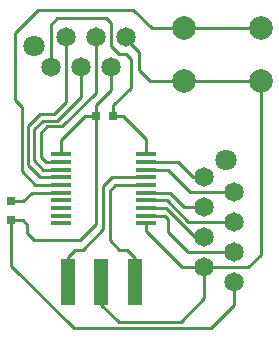
<source format=gbr>
G04 #@! TF.FileFunction,Copper,L2,Bot,Signal*
%FSLAX46Y46*%
G04 Gerber Fmt 4.6, Leading zero omitted, Abs format (unit mm)*
G04 Created by KiCad (PCBNEW 4.0.7) date 07/17/18 16:46:28*
%MOMM*%
%LPD*%
G01*
G04 APERTURE LIST*
%ADD10C,0.100000*%
%ADD11R,0.800000X0.750000*%
%ADD12R,0.800000X0.800000*%
%ADD13C,1.650000*%
%ADD14C,1.800000*%
%ADD15C,2.000000*%
%ADD16R,1.750000X0.450000*%
%ADD17R,1.200000X4.000000*%
%ADD18C,0.250000*%
G04 APERTURE END LIST*
D10*
D11*
X151192800Y-100812600D03*
X152692800Y-100812600D03*
D12*
X144056100Y-109613600D03*
X144056100Y-108013600D03*
D13*
X162947000Y-114812300D03*
X160407000Y-113542300D03*
X162947000Y-109732300D03*
X162947000Y-107192300D03*
X162947000Y-112272300D03*
X160407000Y-105922300D03*
X160407000Y-108462300D03*
X160407000Y-111002300D03*
D14*
X162207000Y-104522300D03*
D13*
X151185100Y-94113700D03*
X148645100Y-94113700D03*
X153725100Y-94113700D03*
X147375100Y-96653700D03*
X149915100Y-96653700D03*
X152455100Y-96653700D03*
D14*
X145975100Y-94853700D03*
D15*
X165163500Y-97845000D03*
X165163500Y-93345000D03*
X158663500Y-97845000D03*
X158663500Y-93345000D03*
D16*
X155466600Y-104021700D03*
X155466600Y-104671700D03*
X155466600Y-105321700D03*
X155466600Y-105971700D03*
X155466600Y-106621700D03*
X155466600Y-107271700D03*
X155466600Y-107921700D03*
X155466600Y-108571700D03*
X155466600Y-109221700D03*
X155466600Y-109871700D03*
X148266600Y-109871700D03*
X148266600Y-109221700D03*
X148266600Y-108571700D03*
X148266600Y-107921700D03*
X148266600Y-107271700D03*
X148266600Y-106621700D03*
X148266600Y-105971700D03*
X148266600Y-105321700D03*
X148266600Y-104671700D03*
X148266600Y-104021700D03*
D17*
X148826100Y-114833400D03*
X151676100Y-114833400D03*
X154526100Y-114833400D03*
D18*
X152692800Y-100812600D02*
X153535380Y-100812600D01*
X155466600Y-102743820D02*
X155466600Y-104021700D01*
X153535380Y-100812600D02*
X155466600Y-102743820D01*
X147375100Y-96653700D02*
X147375100Y-93076540D01*
X152692800Y-99884800D02*
X152692800Y-100812600D01*
X154200860Y-98376740D02*
X152692800Y-99884800D01*
X154200860Y-95973900D02*
X154200860Y-98376740D01*
X153725880Y-95498920D02*
X154200860Y-95973900D01*
X153167080Y-95498920D02*
X153725880Y-95498920D01*
X152496520Y-94828360D02*
X153167080Y-95498920D01*
X152496520Y-92928440D02*
X152496520Y-94828360D01*
X152077420Y-92509340D02*
X152496520Y-92928440D01*
X147942300Y-92509340D02*
X152077420Y-92509340D01*
X147375100Y-93076540D02*
X147942300Y-92509340D01*
X144056100Y-108013600D02*
X145072000Y-108013600D01*
X145813900Y-107271700D02*
X148266600Y-107271700D01*
X145072000Y-108013600D02*
X145813900Y-107271700D01*
X155466600Y-107921700D02*
X157238340Y-107921700D01*
X159048940Y-109732300D02*
X162947000Y-109732300D01*
X157238340Y-107921700D02*
X159048940Y-109732300D01*
X155466600Y-105321700D02*
X157340900Y-105321700D01*
X159211500Y-107192300D02*
X162947000Y-107192300D01*
X157340900Y-105321700D02*
X159211500Y-107192300D01*
X162947000Y-112272300D02*
X159043860Y-112272300D01*
X157054980Y-109221700D02*
X155466600Y-109221700D01*
X157358080Y-109524800D02*
X157054980Y-109221700D01*
X157358080Y-110586520D02*
X157358080Y-109524800D01*
X159043860Y-112272300D02*
X157358080Y-110586520D01*
X155466600Y-104671700D02*
X158194580Y-104671700D01*
X159445180Y-105922300D02*
X160407000Y-105922300D01*
X158194580Y-104671700D02*
X159445180Y-105922300D01*
X155466600Y-107271700D02*
X157462100Y-107271700D01*
X158652700Y-108462300D02*
X160407000Y-108462300D01*
X157462100Y-107271700D02*
X158652700Y-108462300D01*
X155466600Y-108571700D02*
X157187300Y-108571700D01*
X159617900Y-111002300D02*
X160407000Y-111002300D01*
X157187300Y-108571700D02*
X159617900Y-111002300D01*
X151185100Y-94113700D02*
X151185100Y-98832180D01*
X146957620Y-104671700D02*
X148266600Y-104671700D01*
X146527520Y-104241600D02*
X146957620Y-104671700D01*
X146527520Y-102189280D02*
X146527520Y-104241600D01*
X147055840Y-101660960D02*
X146527520Y-102189280D01*
X148356320Y-101660960D02*
X147055840Y-101660960D01*
X151185100Y-98832180D02*
X148356320Y-101660960D01*
X148645100Y-94113700D02*
X148645100Y-99563700D01*
X146510100Y-105971700D02*
X148266600Y-105971700D01*
X145470880Y-104932480D02*
X146510100Y-105971700D01*
X145470880Y-101620320D02*
X145470880Y-104932480D01*
X146507200Y-100584000D02*
X145470880Y-101620320D01*
X147624800Y-100584000D02*
X146507200Y-100584000D01*
X148645100Y-99563700D02*
X147624800Y-100584000D01*
X149915100Y-96653700D02*
X149915100Y-99147140D01*
X146754180Y-105321700D02*
X148266600Y-105321700D01*
X145978880Y-104546400D02*
X146754180Y-105321700D01*
X145978880Y-101904800D02*
X145978880Y-104546400D01*
X146710400Y-101173280D02*
X145978880Y-101904800D01*
X147888960Y-101173280D02*
X146710400Y-101173280D01*
X149915100Y-99147140D02*
X147888960Y-101173280D01*
X158663500Y-93345000D02*
X155943300Y-93345000D01*
X146093300Y-106621700D02*
X148266600Y-106621700D01*
X144932400Y-105460800D02*
X146093300Y-106621700D01*
X144932400Y-100012500D02*
X144932400Y-105460800D01*
X144360900Y-99441000D02*
X144932400Y-100012500D01*
X144360900Y-93726000D02*
X144360900Y-99441000D01*
X146304000Y-91782900D02*
X144360900Y-93726000D01*
X154381200Y-91782900D02*
X146304000Y-91782900D01*
X155943300Y-93345000D02*
X154381200Y-91782900D01*
X165163500Y-93345000D02*
X158663500Y-93345000D01*
X148826100Y-114833400D02*
X148826100Y-112732940D01*
X152559660Y-105971700D02*
X155466600Y-105971700D01*
X151851360Y-106680000D02*
X152559660Y-105971700D01*
X151851360Y-110378240D02*
X151851360Y-106680000D01*
X150083520Y-112146080D02*
X151851360Y-110378240D01*
X149412960Y-112146080D02*
X150083520Y-112146080D01*
X148826100Y-112732940D02*
X149412960Y-112146080D01*
X154526100Y-114833400D02*
X154526100Y-112768500D01*
X152864700Y-106621700D02*
X155466600Y-106621700D01*
X152379680Y-107106720D02*
X152864700Y-106621700D01*
X152379680Y-111312960D02*
X152379680Y-107106720D01*
X153172160Y-112105440D02*
X152379680Y-111312960D01*
X153863040Y-112105440D02*
X153172160Y-112105440D01*
X154526100Y-112768500D02*
X153863040Y-112105440D01*
X151192800Y-100812600D02*
X150256240Y-100812600D01*
X148266600Y-102802240D02*
X148266600Y-104021700D01*
X150256240Y-100812600D02*
X148266600Y-102802240D01*
X144056100Y-109613600D02*
X144056100Y-113494820D01*
X162947000Y-116778120D02*
X162947000Y-114812300D01*
X160954720Y-118770400D02*
X162947000Y-116778120D01*
X149331680Y-118770400D02*
X160954720Y-118770400D01*
X144056100Y-113494820D02*
X149331680Y-118770400D01*
X151192800Y-100812600D02*
X151192800Y-109959840D01*
X145011040Y-109613600D02*
X144056100Y-109613600D01*
X145369280Y-109971840D02*
X145011040Y-109613600D01*
X145369280Y-110683040D02*
X145369280Y-109971840D01*
X145978880Y-111292640D02*
X145369280Y-110683040D01*
X149860000Y-111292640D02*
X145978880Y-111292640D01*
X151192800Y-109959840D02*
X149860000Y-111292640D01*
X152455100Y-96653700D02*
X152455100Y-98598500D01*
X151192800Y-99860800D02*
X151192800Y-100812600D01*
X152455100Y-98598500D02*
X151192800Y-99860800D01*
X165163500Y-97845000D02*
X165163500Y-112509300D01*
X164130500Y-113542300D02*
X160407000Y-113542300D01*
X165163500Y-112509300D02*
X164130500Y-113542300D01*
X158663500Y-97845000D02*
X155833200Y-97845000D01*
X154838400Y-95364300D02*
X153725100Y-94251000D01*
X154838400Y-96850200D02*
X154838400Y-95364300D01*
X155833200Y-97845000D02*
X154838400Y-96850200D01*
X153725100Y-94251000D02*
X153725100Y-94113700D01*
X165163500Y-97845000D02*
X158663500Y-97845000D01*
X158663500Y-97845000D02*
X158153100Y-98355400D01*
X151676100Y-114833400D02*
X151676100Y-116766340D01*
X151676100Y-116766340D02*
X153151840Y-118242080D01*
X160407000Y-116229480D02*
X160407000Y-113542300D01*
X158394400Y-118242080D02*
X160407000Y-116229480D01*
X153151840Y-118242080D02*
X158394400Y-118242080D01*
X155466600Y-109871700D02*
X155466600Y-110498440D01*
X155466600Y-110498440D02*
X158510460Y-113542300D01*
X158510460Y-113542300D02*
X160407000Y-113542300D01*
M02*

</source>
